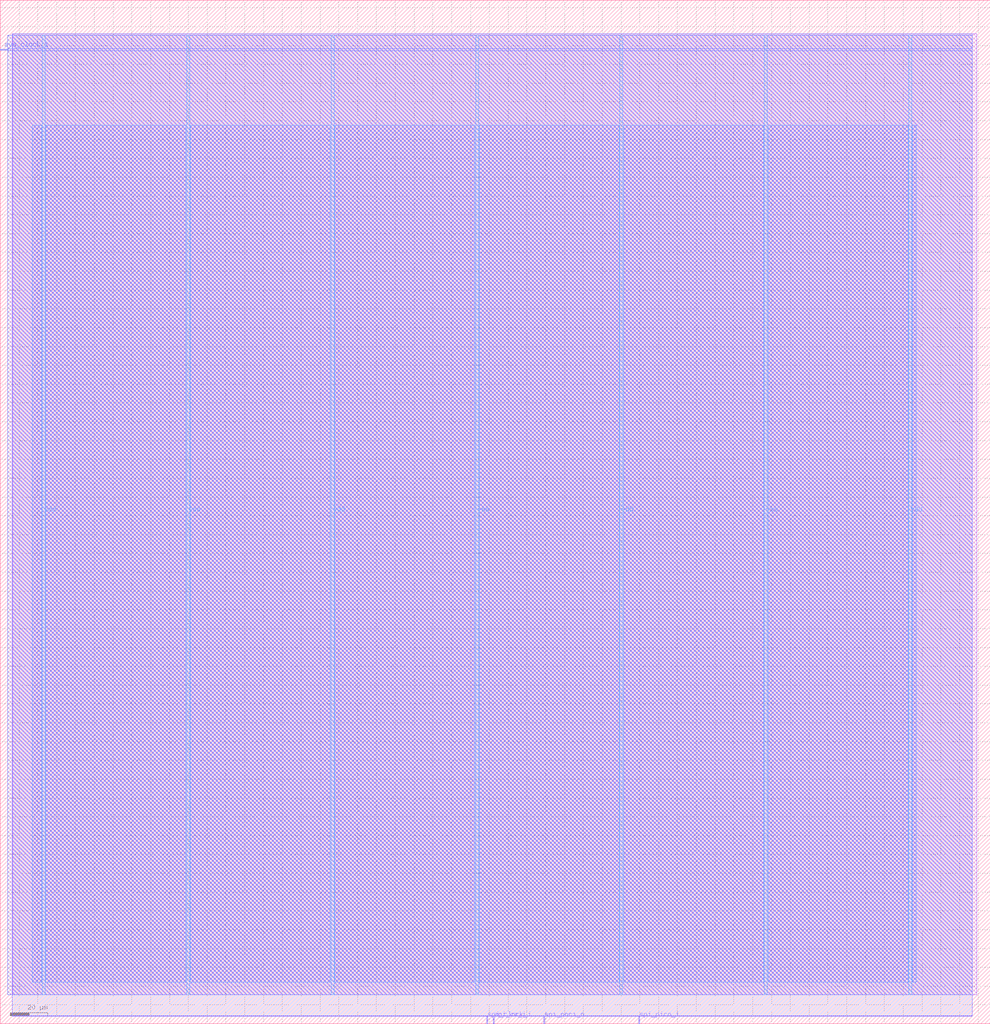
<source format=lef>
VERSION 5.7 ;
  NOWIREEXTENSIONATPIN ON ;
  DIVIDERCHAR "/" ;
  BUSBITCHARS "[]" ;
MACRO titan
  CLASS BLOCK ;
  FOREIGN titan ;
  ORIGIN 0.000 0.000 ;
  SIZE 526.275 BY 544.195 ;
  PIN spi_clock_i
    DIRECTION INPUT ;
    USE SIGNAL ;
    ANTENNAGATEAREA 0.741000 ;
    ANTENNADIFFAREA 0.410400 ;
    PORT
      LAYER Metal2 ;
        RECT 258.720 0.000 259.280 4.000 ;
    END
  END spi_clock_i
  PIN spi_cs_i
    DIRECTION INPUT ;
    USE SIGNAL ;
    ANTENNAGATEAREA 0.741000 ;
    ANTENNADIFFAREA 0.410400 ;
    PORT
      LAYER Metal2 ;
        RECT 262.080 0.000 262.640 4.000 ;
    END
  END spi_cs_i
  PIN spi_pico_i
    DIRECTION INPUT ;
    USE SIGNAL ;
    ANTENNAGATEAREA 0.741000 ;
    ANTENNADIFFAREA 0.410400 ;
    PORT
      LAYER Metal2 ;
        RECT 339.360 0.000 339.920 4.000 ;
    END
  END spi_pico_i
  PIN spi_poci_o
    DIRECTION OUTPUT TRISTATE ;
    USE SIGNAL ;
    ANTENNADIFFAREA 2.080400 ;
    PORT
      LAYER Metal2 ;
        RECT 288.960 0.000 289.520 4.000 ;
    END
  END spi_poci_o
  PIN sys_clock_i
    DIRECTION INPUT ;
    USE SIGNAL ;
    ANTENNAGATEAREA 0.741000 ;
    ANTENNADIFFAREA 0.410400 ;
    PORT
      LAYER Metal3 ;
        RECT 0.000 517.440 4.000 518.000 ;
    END
  END sys_clock_i
  PIN vdd
    DIRECTION INOUT ;
    USE POWER ;
    PORT
      LAYER Metal4 ;
        RECT 22.240 15.380 23.840 525.580 ;
    END
    PORT
      LAYER Metal4 ;
        RECT 175.840 15.380 177.440 525.580 ;
    END
    PORT
      LAYER Metal4 ;
        RECT 329.440 15.380 331.040 525.580 ;
    END
    PORT
      LAYER Metal4 ;
        RECT 483.040 15.380 484.640 525.580 ;
    END
  END vdd
  PIN vss
    DIRECTION INOUT ;
    USE GROUND ;
    PORT
      LAYER Metal4 ;
        RECT 99.040 15.380 100.640 525.580 ;
    END
    PORT
      LAYER Metal4 ;
        RECT 252.640 15.380 254.240 525.580 ;
    END
    PORT
      LAYER Metal4 ;
        RECT 406.240 15.380 407.840 525.580 ;
    END
  END vss
  OBS
      LAYER Metal1 ;
        RECT 6.720 15.380 519.120 526.250 ;
      LAYER Metal2 ;
        RECT 6.300 4.300 516.740 526.310 ;
        RECT 6.300 4.000 258.420 4.300 ;
        RECT 259.580 4.000 261.780 4.300 ;
        RECT 262.940 4.000 288.660 4.300 ;
        RECT 289.820 4.000 339.060 4.300 ;
        RECT 340.220 4.000 516.740 4.300 ;
      LAYER Metal3 ;
        RECT 4.000 518.300 516.790 525.420 ;
        RECT 4.300 517.140 516.790 518.300 ;
        RECT 4.000 15.540 516.790 517.140 ;
      LAYER Metal4 ;
        RECT 16.940 21.930 21.940 477.590 ;
        RECT 24.140 21.930 98.740 477.590 ;
        RECT 100.940 21.930 175.540 477.590 ;
        RECT 177.740 21.930 252.340 477.590 ;
        RECT 254.540 21.930 329.140 477.590 ;
        RECT 331.340 21.930 405.940 477.590 ;
        RECT 408.140 21.930 482.740 477.590 ;
        RECT 484.940 21.930 487.060 477.590 ;
  END
END titan
END LIBRARY


</source>
